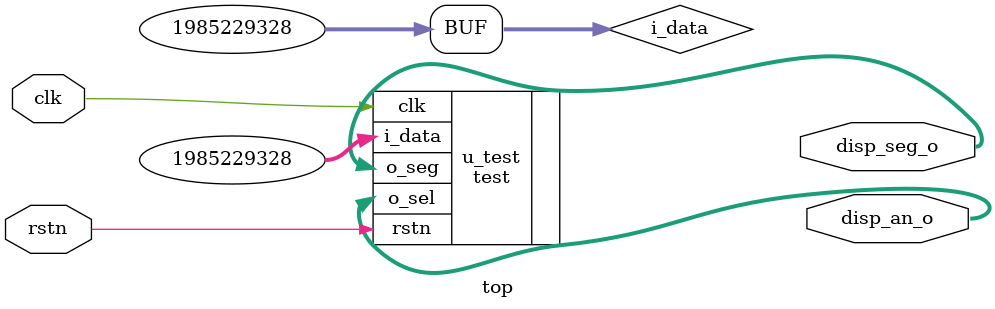
<source format=v>
`timescale 1ns / 1ps


module top(
    input clk,
    input rstn,
    output [7:0] disp_seg_o,
    output [7:0] disp_an_o
    );
    
wire [31:0] i_data = 32'b0111_0110_0101_0100_0011_0010_0001_0000;

test u_test (
    .clk(clk),
    .rstn(rstn),
    .i_data(i_data),
    .o_seg(disp_seg_o),
    .o_sel(disp_an_o)
);

endmodule

</source>
